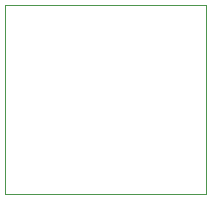
<source format=gm1>
G04 #@! TF.GenerationSoftware,KiCad,Pcbnew,8.0.7*
G04 #@! TF.CreationDate,2025-01-11T12:37:20+01:00*
G04 #@! TF.ProjectId,NGCL,4e47434c-2e6b-4696-9361-645f70636258,rev?*
G04 #@! TF.SameCoordinates,Original*
G04 #@! TF.FileFunction,Profile,NP*
%FSLAX46Y46*%
G04 Gerber Fmt 4.6, Leading zero omitted, Abs format (unit mm)*
G04 Created by KiCad (PCBNEW 8.0.7) date 2025-01-11 12:37:20*
%MOMM*%
%LPD*%
G01*
G04 APERTURE LIST*
G04 #@! TA.AperFunction,Profile*
%ADD10C,0.050000*%
G04 #@! TD*
G04 APERTURE END LIST*
D10*
X156000000Y-111000000D02*
X156000000Y-95000000D01*
X139000000Y-95000000D02*
X139000000Y-111000000D01*
X156000000Y-95000000D02*
X139000000Y-95000000D01*
X139000000Y-111000000D02*
X156000000Y-111000000D01*
M02*

</source>
